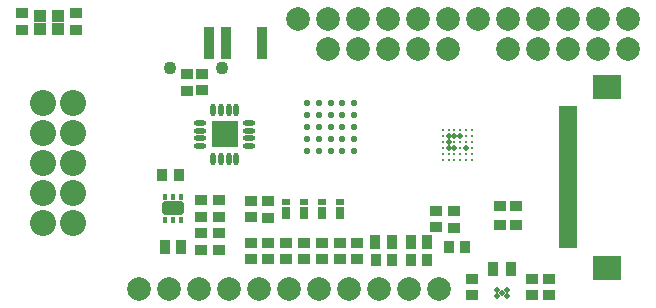
<source format=gts>
%FSTAX23Y23*%
%MOIN*%
%SFA1B1*%

%IPPOS*%
%AMD53*
4,1,8,-0.004000,-0.010900,0.004000,-0.010900,0.007900,-0.006900,0.007900,0.006900,0.004000,0.010900,-0.004000,0.010900,-0.007900,0.006900,-0.007900,-0.006900,-0.004000,-0.010900,0.0*
1,1,0.007900,-0.004000,-0.006900*
1,1,0.007900,0.004000,-0.006900*
1,1,0.007900,0.004000,0.006900*
1,1,0.007900,-0.004000,0.006900*
%
%AMD54*
4,1,8,-0.035500,0.017700,-0.035500,-0.017700,-0.029500,-0.023700,0.029500,-0.023700,0.035500,-0.017700,0.035500,0.017700,0.029500,0.023700,-0.029500,0.023700,-0.035500,0.017700,0.0*
1,1,0.011940,-0.029500,0.017700*
1,1,0.011940,-0.029500,-0.017700*
1,1,0.011940,0.029500,-0.017700*
1,1,0.011940,0.029500,0.017700*
%
%ADD14R,0.027560X0.020470*%
%ADD15R,0.027560X0.041340*%
%ADD48R,0.043430X0.035560*%
%ADD49R,0.035560X0.043430*%
%ADD50R,0.039500X0.039500*%
%ADD51R,0.038310X0.046580*%
%ADD52R,0.041470X0.033590*%
G04~CAMADD=53~8~0.0~0.0~158.1~217.2~39.5~0.0~15~0.0~0.0~0.0~0.0~0~0.0~0.0~0.0~0.0~0~0.0~0.0~0.0~180.0~159.0~218.0*
%ADD53D53*%
G04~CAMADD=54~8~0.0~0.0~473.7~709.9~59.7~0.0~15~0.0~0.0~0.0~0.0~0~0.0~0.0~0.0~0.0~0~0.0~0.0~0.0~90.0~710.0~474.0*
%ADD54D54*%
%ADD55R,0.059180X0.019810*%
%ADD56R,0.094610X0.078870*%
%ADD57C,0.021780*%
%ADD58R,0.090680X0.090680*%
%ADD59O,0.019810X0.041470*%
%ADD60O,0.041470X0.019810*%
%ADD61R,0.035560X0.106420*%
%ADD62C,0.012630*%
%ADD63C,0.018630*%
%ADD64C,0.018240*%
%ADD65C,0.078870*%
%ADD66C,0.043430*%
%ADD67C,0.086740*%
%LNcombine8-1*%
%LPD*%
G54D14*
X00993Y0037D03*
X01052D03*
X01112D03*
X00934D03*
G54D15*
X00993Y00334D03*
X01052D03*
X01112D03*
X00934D03*
G54D48*
X00655Y00742D03*
Y00797D03*
X00234Y00943D03*
Y00998D03*
X00054Y00943D03*
Y00998D03*
X00709Y00266D03*
Y00211D03*
Y00321D03*
Y00376D03*
X01434Y0034D03*
Y00285D03*
X00649Y00211D03*
Y00266D03*
Y00376D03*
Y00321D03*
X01811Y00114D03*
Y00059D03*
X01752D03*
Y00114D03*
X01555D03*
Y00059D03*
X01171Y00179D03*
Y00234D03*
X00934Y00179D03*
Y00234D03*
X00993Y00179D03*
Y00234D03*
X01052Y00179D03*
Y00234D03*
X01112Y00179D03*
Y00234D03*
X00816Y00374D03*
Y00318D03*
X00875Y00372D03*
Y00316D03*
X00816Y00179D03*
Y00234D03*
X00875Y00179D03*
Y00234D03*
X01494Y00338D03*
Y00283D03*
X00605Y00795D03*
Y0074D03*
G54D49*
X01531Y0022D03*
X01476D03*
X00576Y00459D03*
X00521D03*
X0135Y00177D03*
X01405D03*
X01287D03*
X01232D03*
G54D50*
X00114Y0099D03*
Y00947D03*
X00174Y0099D03*
Y00947D03*
G54D51*
X01625Y00146D03*
X01682D03*
X01349Y00236D03*
X01405D03*
X01287D03*
X01231D03*
X00529Y00219D03*
X00585D03*
G54D52*
X01699Y00292D03*
X01646D03*
X01699Y00357D03*
X01646D03*
G54D53*
X00531Y0031D03*
X00556D03*
X00582D03*
Y00387D03*
X00556D03*
X00531D03*
G54D54*
X00556Y00349D03*
G54D55*
X01874Y00226D03*
Y00246D03*
Y00265D03*
Y00285D03*
Y00305D03*
Y00324D03*
Y00344D03*
Y00364D03*
Y00383D03*
Y00403D03*
Y00423D03*
Y00442D03*
Y00462D03*
Y00482D03*
Y00501D03*
Y00521D03*
Y00541D03*
Y00561D03*
Y0058D03*
Y006D03*
Y0062D03*
Y00639D03*
Y00659D03*
Y00679D03*
G54D56*
X02002Y00151D03*
Y00753D03*
G54D57*
X01161Y00698D03*
Y00659D03*
X01121Y0062D03*
Y0058D03*
Y00541D03*
X01082Y00698D03*
Y0062D03*
Y0058D03*
Y00541D03*
X01043Y00698D03*
Y00659D03*
Y0062D03*
Y0058D03*
Y00541D03*
X01003Y00698D03*
Y00659D03*
Y0062D03*
Y0058D03*
Y00541D03*
X01121Y00698D03*
Y00659D03*
X01082D03*
X01161Y0062D03*
Y0058D03*
Y00541D03*
G54D58*
X0073Y00595D03*
G54D59*
X00768Y00676D03*
X00742D03*
X00717D03*
X00691D03*
Y00513D03*
X00717D03*
X00742D03*
X00768D03*
G54D60*
X00648Y00633D03*
Y00607D03*
Y00582D03*
Y00556D03*
X00811D03*
Y00582D03*
Y00607D03*
Y00633D03*
G54D61*
X00853Y00901D03*
X00735D03*
X00676D03*
G54D62*
X01456Y0061D03*
X01476D03*
X01495D03*
X01515D03*
X01535D03*
X01554D03*
X01456Y0059D03*
X01535D03*
X01554D03*
X01456Y0057D03*
X01495D03*
X01515D03*
X01535D03*
X01554D03*
X01456Y00551D03*
X01515D03*
X01554D03*
X01456Y00531D03*
X01476D03*
X01495D03*
X01515D03*
X01535D03*
X01554D03*
X01456Y00511D03*
X01476D03*
X01495D03*
X01515D03*
X01535D03*
X01554D03*
G54D63*
X01476Y0059D03*
X01495D03*
X01515D03*
X01476Y0057D03*
Y00551D03*
X01495D03*
X01535D03*
G54D64*
X01637Y00057D03*
Y00077D03*
X01654Y00067D03*
X01671Y00057D03*
Y00077D03*
G54D65*
X00845Y0008D03*
X00745D03*
X00645D03*
X00545D03*
X00445D03*
X01475Y0098D03*
X01375D03*
X01075D03*
X01275D03*
X00975D03*
X01175D03*
X01575D03*
X01775D03*
X01875D03*
X01975D03*
X02075D03*
X01675D03*
X01475Y0088D03*
X01375D03*
X01275D03*
X01175D03*
X01075D03*
X02075D03*
X01975D03*
X01875D03*
X01775D03*
X01675D03*
X00945Y0008D03*
X01145D03*
X01245D03*
X01345D03*
X01445D03*
X01045D03*
G54D66*
X0072Y00815D03*
X00546D03*
G54D67*
X00124Y007D03*
Y006D03*
Y005D03*
Y004D03*
Y003D03*
X00224Y005D03*
Y004D03*
Y003D03*
Y007D03*
Y006D03*
M02*
</source>
